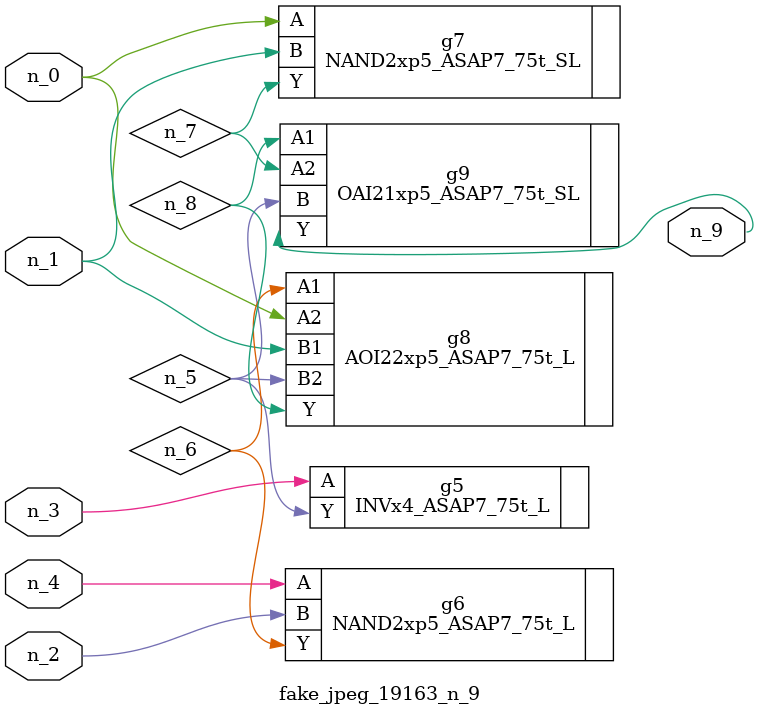
<source format=v>
module fake_jpeg_19163_n_9 (n_3, n_2, n_1, n_0, n_4, n_9);

input n_3;
input n_2;
input n_1;
input n_0;
input n_4;

output n_9;

wire n_8;
wire n_6;
wire n_5;
wire n_7;

INVx4_ASAP7_75t_L g5 ( 
.A(n_3),
.Y(n_5)
);

NAND2xp5_ASAP7_75t_L g6 ( 
.A(n_4),
.B(n_2),
.Y(n_6)
);

NAND2xp5_ASAP7_75t_SL g7 ( 
.A(n_0),
.B(n_1),
.Y(n_7)
);

AOI22xp5_ASAP7_75t_L g8 ( 
.A1(n_6),
.A2(n_0),
.B1(n_1),
.B2(n_5),
.Y(n_8)
);

OAI21xp5_ASAP7_75t_SL g9 ( 
.A1(n_8),
.A2(n_7),
.B(n_5),
.Y(n_9)
);


endmodule
</source>
